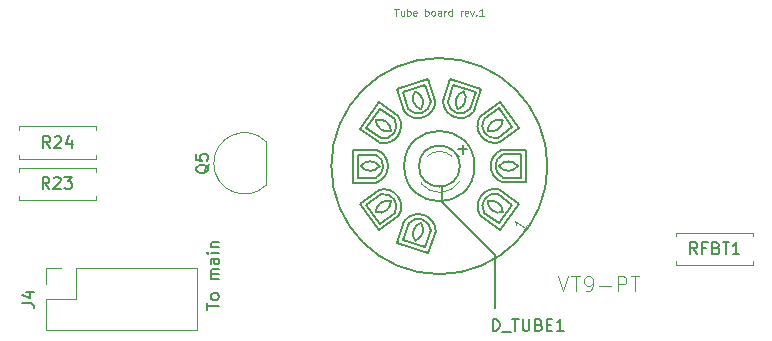
<source format=gto>
G04 #@! TF.GenerationSoftware,KiCad,Pcbnew,(5.0.0)*
G04 #@! TF.CreationDate,2018-11-19T16:02:33+01:00*
G04 #@! TF.ProjectId,Corona_tubeBoard,436F726F6E615F74756265426F617264,1*
G04 #@! TF.SameCoordinates,Original*
G04 #@! TF.FileFunction,Legend,Top*
G04 #@! TF.FilePolarity,Positive*
%FSLAX46Y46*%
G04 Gerber Fmt 4.6, Leading zero omitted, Abs format (unit mm)*
G04 Created by KiCad (PCBNEW (5.0.0)) date 11/19/18 16:02:33*
%MOMM*%
%LPD*%
G01*
G04 APERTURE LIST*
%ADD10C,0.150000*%
%ADD11C,0.200000*%
%ADD12C,0.100000*%
%ADD13C,0.203200*%
%ADD14C,0.120000*%
%ADD15C,0.101600*%
%ADD16C,0.076200*%
G04 APERTURE END LIST*
D10*
X40619047Y-13571428D02*
X41380952Y-13571428D01*
X41000000Y-13952380D02*
X41000000Y-13190476D01*
D11*
X39250000Y-18000000D02*
X39250000Y-16750000D01*
X43750000Y-22500000D02*
X39250000Y-18000000D01*
X43750000Y-27000000D02*
X43750000Y-22500000D01*
D10*
X19326380Y-27168571D02*
X19326380Y-26597142D01*
X20326380Y-26882857D02*
X19326380Y-26882857D01*
X20326380Y-26120952D02*
X20278761Y-26216190D01*
X20231142Y-26263809D01*
X20135904Y-26311428D01*
X19850190Y-26311428D01*
X19754952Y-26263809D01*
X19707333Y-26216190D01*
X19659714Y-26120952D01*
X19659714Y-25978095D01*
X19707333Y-25882857D01*
X19754952Y-25835238D01*
X19850190Y-25787619D01*
X20135904Y-25787619D01*
X20231142Y-25835238D01*
X20278761Y-25882857D01*
X20326380Y-25978095D01*
X20326380Y-26120952D01*
X20326380Y-24597142D02*
X19659714Y-24597142D01*
X19754952Y-24597142D02*
X19707333Y-24549523D01*
X19659714Y-24454285D01*
X19659714Y-24311428D01*
X19707333Y-24216190D01*
X19802571Y-24168571D01*
X20326380Y-24168571D01*
X19802571Y-24168571D02*
X19707333Y-24120952D01*
X19659714Y-24025714D01*
X19659714Y-23882857D01*
X19707333Y-23787619D01*
X19802571Y-23740000D01*
X20326380Y-23740000D01*
X20326380Y-22835238D02*
X19802571Y-22835238D01*
X19707333Y-22882857D01*
X19659714Y-22978095D01*
X19659714Y-23168571D01*
X19707333Y-23263809D01*
X20278761Y-22835238D02*
X20326380Y-22930476D01*
X20326380Y-23168571D01*
X20278761Y-23263809D01*
X20183523Y-23311428D01*
X20088285Y-23311428D01*
X19993047Y-23263809D01*
X19945428Y-23168571D01*
X19945428Y-22930476D01*
X19897809Y-22835238D01*
X20326380Y-22359047D02*
X19659714Y-22359047D01*
X19326380Y-22359047D02*
X19374000Y-22406666D01*
X19421619Y-22359047D01*
X19374000Y-22311428D01*
X19326380Y-22359047D01*
X19421619Y-22359047D01*
X19659714Y-21882857D02*
X20326380Y-21882857D01*
X19754952Y-21882857D02*
X19707333Y-21835238D01*
X19659714Y-21740000D01*
X19659714Y-21597142D01*
X19707333Y-21501904D01*
X19802571Y-21454285D01*
X20326380Y-21454285D01*
D12*
X35200000Y-1671428D02*
X35542857Y-1671428D01*
X35371428Y-2271428D02*
X35371428Y-1671428D01*
X36000000Y-1871428D02*
X36000000Y-2271428D01*
X35742857Y-1871428D02*
X35742857Y-2185714D01*
X35771428Y-2242857D01*
X35828571Y-2271428D01*
X35914285Y-2271428D01*
X35971428Y-2242857D01*
X36000000Y-2214285D01*
X36285714Y-2271428D02*
X36285714Y-1671428D01*
X36285714Y-1900000D02*
X36342857Y-1871428D01*
X36457142Y-1871428D01*
X36514285Y-1900000D01*
X36542857Y-1928571D01*
X36571428Y-1985714D01*
X36571428Y-2157142D01*
X36542857Y-2214285D01*
X36514285Y-2242857D01*
X36457142Y-2271428D01*
X36342857Y-2271428D01*
X36285714Y-2242857D01*
X37057142Y-2242857D02*
X37000000Y-2271428D01*
X36885714Y-2271428D01*
X36828571Y-2242857D01*
X36800000Y-2185714D01*
X36800000Y-1957142D01*
X36828571Y-1900000D01*
X36885714Y-1871428D01*
X37000000Y-1871428D01*
X37057142Y-1900000D01*
X37085714Y-1957142D01*
X37085714Y-2014285D01*
X36800000Y-2071428D01*
X37800000Y-2271428D02*
X37800000Y-1671428D01*
X37800000Y-1900000D02*
X37857142Y-1871428D01*
X37971428Y-1871428D01*
X38028571Y-1900000D01*
X38057142Y-1928571D01*
X38085714Y-1985714D01*
X38085714Y-2157142D01*
X38057142Y-2214285D01*
X38028571Y-2242857D01*
X37971428Y-2271428D01*
X37857142Y-2271428D01*
X37800000Y-2242857D01*
X38428571Y-2271428D02*
X38371428Y-2242857D01*
X38342857Y-2214285D01*
X38314285Y-2157142D01*
X38314285Y-1985714D01*
X38342857Y-1928571D01*
X38371428Y-1900000D01*
X38428571Y-1871428D01*
X38514285Y-1871428D01*
X38571428Y-1900000D01*
X38600000Y-1928571D01*
X38628571Y-1985714D01*
X38628571Y-2157142D01*
X38600000Y-2214285D01*
X38571428Y-2242857D01*
X38514285Y-2271428D01*
X38428571Y-2271428D01*
X39142857Y-2271428D02*
X39142857Y-1957142D01*
X39114285Y-1900000D01*
X39057142Y-1871428D01*
X38942857Y-1871428D01*
X38885714Y-1900000D01*
X39142857Y-2242857D02*
X39085714Y-2271428D01*
X38942857Y-2271428D01*
X38885714Y-2242857D01*
X38857142Y-2185714D01*
X38857142Y-2128571D01*
X38885714Y-2071428D01*
X38942857Y-2042857D01*
X39085714Y-2042857D01*
X39142857Y-2014285D01*
X39428571Y-2271428D02*
X39428571Y-1871428D01*
X39428571Y-1985714D02*
X39457142Y-1928571D01*
X39485714Y-1900000D01*
X39542857Y-1871428D01*
X39600000Y-1871428D01*
X40057142Y-2271428D02*
X40057142Y-1671428D01*
X40057142Y-2242857D02*
X40000000Y-2271428D01*
X39885714Y-2271428D01*
X39828571Y-2242857D01*
X39800000Y-2214285D01*
X39771428Y-2157142D01*
X39771428Y-1985714D01*
X39800000Y-1928571D01*
X39828571Y-1900000D01*
X39885714Y-1871428D01*
X40000000Y-1871428D01*
X40057142Y-1900000D01*
X40800000Y-2271428D02*
X40800000Y-1871428D01*
X40800000Y-1985714D02*
X40828571Y-1928571D01*
X40857142Y-1900000D01*
X40914285Y-1871428D01*
X40971428Y-1871428D01*
X41400000Y-2242857D02*
X41342857Y-2271428D01*
X41228571Y-2271428D01*
X41171428Y-2242857D01*
X41142857Y-2185714D01*
X41142857Y-1957142D01*
X41171428Y-1900000D01*
X41228571Y-1871428D01*
X41342857Y-1871428D01*
X41400000Y-1900000D01*
X41428571Y-1957142D01*
X41428571Y-2014285D01*
X41142857Y-2071428D01*
X41628571Y-1871428D02*
X41771428Y-2271428D01*
X41914285Y-1871428D01*
X42142857Y-2214285D02*
X42171428Y-2242857D01*
X42142857Y-2271428D01*
X42114285Y-2242857D01*
X42142857Y-2214285D01*
X42142857Y-2271428D01*
X42742857Y-2271428D02*
X42400000Y-2271428D01*
X42571428Y-2271428D02*
X42571428Y-1671428D01*
X42514285Y-1757142D01*
X42457142Y-1814285D01*
X42400000Y-1842857D01*
D13*
G04 #@! TO.C,SX1*
X46322820Y-13600460D02*
X46322820Y-16374140D01*
X46322820Y-16374140D02*
X44323840Y-16374140D01*
X46322820Y-13600460D02*
X44323840Y-13600460D01*
X45924040Y-14001780D02*
X44397500Y-14001780D01*
X44397500Y-15972820D02*
X45924040Y-15972820D01*
X45924040Y-15972820D02*
X45924040Y-14001780D01*
X45748780Y-18172460D02*
X44115560Y-20417820D01*
X44115560Y-20417820D02*
X42497580Y-19241800D01*
X45748780Y-18172460D02*
X44130800Y-16996440D01*
X45189980Y-18258820D02*
X43955540Y-17364740D01*
X42794760Y-18962400D02*
X44029200Y-19859020D01*
X44029200Y-19859020D02*
X45189980Y-18258820D01*
X44102860Y-9564400D02*
X45733540Y-11807220D01*
X45733540Y-11807220D02*
X44115560Y-12983240D01*
X44102860Y-9564400D02*
X42484880Y-10737880D01*
X44013960Y-10120660D02*
X42779520Y-11017280D01*
X43940300Y-12614940D02*
X45174740Y-11720860D01*
X45174740Y-11720860D02*
X44013960Y-10120660D01*
X39929640Y-7600980D02*
X42568700Y-8459500D01*
X42568700Y-8459500D02*
X41951480Y-10361960D01*
X39929640Y-7600980D02*
X39312420Y-9503440D01*
X40188720Y-8106440D02*
X39716280Y-9556780D01*
X41595880Y-10166380D02*
X42065780Y-8716040D01*
X42065780Y-8716040D02*
X40188720Y-8106440D01*
X35405900Y-8467120D02*
X38044960Y-7611140D01*
X38044960Y-7611140D02*
X38664720Y-9511060D01*
X35405900Y-8467120D02*
X36023120Y-10369580D01*
X35911360Y-8723660D02*
X36381260Y-10174000D01*
X38260860Y-9564400D02*
X37788420Y-8114060D01*
X37788420Y-8114060D02*
X35911360Y-8723660D01*
X32251220Y-11827540D02*
X33884440Y-9584720D01*
X33884440Y-9584720D02*
X35502420Y-10758200D01*
X32251220Y-11827540D02*
X33869200Y-13003560D01*
X32810020Y-11741180D02*
X34044460Y-12635260D01*
X35205240Y-11037600D02*
X33970800Y-10140980D01*
X33970800Y-10140980D02*
X32810020Y-11741180D01*
X31677180Y-16399540D02*
X31677180Y-13625860D01*
X31677180Y-13625860D02*
X33676160Y-13625860D01*
X31677180Y-16399540D02*
X33676160Y-16399540D01*
X32075960Y-15998220D02*
X33602500Y-15998220D01*
X33602500Y-14027180D02*
X32075960Y-14027180D01*
X32075960Y-14027180D02*
X32075960Y-15998220D01*
X33897140Y-20435600D02*
X32266460Y-18192780D01*
X32266460Y-18192780D02*
X33884440Y-17016760D01*
X33897140Y-20435600D02*
X35515120Y-19262120D01*
X33986040Y-19876800D02*
X35220480Y-18982720D01*
X34059700Y-17385060D02*
X32825260Y-18279140D01*
X32825260Y-18279140D02*
X33986040Y-19876800D01*
X38070360Y-22396480D02*
X35431300Y-21540500D01*
X35431300Y-21540500D02*
X36048520Y-19638040D01*
X38070360Y-22396480D02*
X38687580Y-20496560D01*
X37813820Y-21893560D02*
X38283720Y-20443220D01*
X36406660Y-19833620D02*
X35934220Y-21283960D01*
X35934220Y-21283960D02*
X37813820Y-21893560D01*
X48149080Y-15000000D02*
G75*
G03X48149080Y-15000000I-9149080J0D01*
G01*
X40734820Y-15000000D02*
G75*
G03X40734820Y-15000000I-1734820J0D01*
G01*
X41979420Y-15000000D02*
G75*
G03X41979420Y-15000000I-2979420J0D01*
G01*
X44324966Y-13605134D02*
G75*
G03X44323840Y-16374140I499254J-1384706D01*
G01*
X44403206Y-14004403D02*
G75*
G03X44397500Y-15972820I421014J-985437D01*
G01*
X45647089Y-14996490D02*
G75*
G03X44049520Y-15000000I-797469J-600410D01*
G01*
X44052151Y-15003510D02*
G75*
G03X45649720Y-15000000I797469J600410D01*
G01*
X44128779Y-16991764D02*
G75*
G03X42497580Y-19241800I-409459J-1419456D01*
G01*
X43954100Y-17360749D02*
G75*
G03X42794760Y-18962400I-234780J-1050471D01*
G01*
X44378308Y-18907011D02*
G75*
G03X43084320Y-17966720I-999348J-14749D01*
G01*
X43082479Y-17968667D02*
G75*
G03X44379720Y-18906520I1000061J17187D01*
G01*
X42483771Y-10742769D02*
G75*
G03X44115560Y-12983240I1220309J-825691D01*
G01*
X42781430Y-11021068D02*
G75*
G03X43940300Y-12614940I922650J-547392D01*
G01*
X44377334Y-11094701D02*
G75*
G03X43084320Y-12033280I-294794J-953819D01*
G01*
X43083453Y-12034497D02*
G75*
G03X44379720Y-11093480I295507J956257D01*
G01*
X39311009Y-9506712D02*
G75*
G03X41951480Y-10361960I1474611J48992D01*
G01*
X39714006Y-9559523D02*
G75*
G03X41595880Y-10166380I1071614J101803D01*
G01*
X41053587Y-8675988D02*
G75*
G03X40559560Y-10199400I323853J-946832D01*
G01*
X40558395Y-10198100D02*
G75*
G03X41054860Y-8677940I-321415J946120D01*
G01*
X36024342Y-10372818D02*
G75*
G03X38664720Y-9511060I1164638J907478D01*
G01*
X36380530Y-10176078D02*
G75*
G03X38260860Y-9564400I808450J710738D01*
G01*
X36944219Y-8676457D02*
G75*
G03X37440440Y-10199400I818801J-575523D01*
G01*
X37438924Y-10197630D02*
G75*
G03X36945140Y-8677940I-816364J574810D01*
G01*
X33871221Y-13008236D02*
G75*
G03X35502420Y-10758200I409459J1419456D01*
G01*
X34045900Y-12639251D02*
G75*
G03X35205240Y-11037600I234780J1050471D01*
G01*
X33621692Y-11092989D02*
G75*
G03X34915680Y-12033280I999348J14749D01*
G01*
X34917521Y-12031333D02*
G75*
G03X33620280Y-11093480I-1000061J-17187D01*
G01*
X33675034Y-16394866D02*
G75*
G03X33676160Y-13625860I-499254J1384706D01*
G01*
X33596794Y-15995597D02*
G75*
G03X33602500Y-14027180I-421014J985437D01*
G01*
X32352911Y-15003510D02*
G75*
G03X33950480Y-15000000I797469J600410D01*
G01*
X33947849Y-14996490D02*
G75*
G03X32350280Y-15000000I-797469J-600410D01*
G01*
X35516229Y-19257231D02*
G75*
G03X33884440Y-17016760I-1220309J825691D01*
G01*
X35218570Y-18978932D02*
G75*
G03X34059700Y-17385060I-922650J547392D01*
G01*
X33622666Y-18905299D02*
G75*
G03X34915680Y-17966720I294794J953819D01*
G01*
X34916547Y-17965503D02*
G75*
G03X33620280Y-18906520I-295507J-956257D01*
G01*
X38689075Y-20495862D02*
G75*
G03X36048520Y-19638040I-1474695J-46418D01*
G01*
X38284249Y-20442323D02*
G75*
G03X36406660Y-19833620I-1069869J-99957D01*
G01*
X36946413Y-21324012D02*
G75*
G03X37440440Y-19800600I-323853J946832D01*
G01*
X37440892Y-19804338D02*
G75*
G03X36947680Y-21322060I322128J-943682D01*
G01*
D14*
G04 #@! TO.C,Q5*
X24350000Y-16570000D02*
X24350000Y-12970000D01*
X24338478Y-16608478D02*
G75*
G02X19900000Y-14770000I-1838478J1838478D01*
G01*
X24338478Y-12931522D02*
G75*
G03X19900000Y-14770000I-1838478J-1838478D01*
G01*
G04 #@! TO.C,D_TUBE1*
X37460000Y-16330000D02*
X37460000Y-16486000D01*
X37460000Y-14014000D02*
X37460000Y-14170000D01*
X40061130Y-16329837D02*
G75*
G02X37979039Y-16330000I-1041130J1079837D01*
G01*
X40061130Y-14170163D02*
G75*
G03X37979039Y-14170000I-1041130J-1079837D01*
G01*
X40692335Y-16328608D02*
G75*
G02X37460000Y-16485516I-1672335J1078608D01*
G01*
X40692335Y-14171392D02*
G75*
G03X37460000Y-14014484I-1672335J-1078608D01*
G01*
G04 #@! TO.C,J4*
X5670000Y-28870000D02*
X5670000Y-26270000D01*
X5670000Y-28870000D02*
X18490000Y-28870000D01*
X18490000Y-28870000D02*
X18490000Y-23670000D01*
X8270000Y-23670000D02*
X18490000Y-23670000D01*
X8270000Y-26270000D02*
X8270000Y-23670000D01*
X5670000Y-26270000D02*
X8270000Y-26270000D01*
X5670000Y-23670000D02*
X7000000Y-23670000D01*
X5670000Y-25000000D02*
X5670000Y-23670000D01*
G04 #@! TO.C,R23*
X9960000Y-17870000D02*
X9960000Y-17540000D01*
X3420000Y-17870000D02*
X9960000Y-17870000D01*
X3420000Y-17540000D02*
X3420000Y-17870000D01*
X9960000Y-15130000D02*
X9960000Y-15460000D01*
X3420000Y-15130000D02*
X9960000Y-15130000D01*
X3420000Y-15460000D02*
X3420000Y-15130000D01*
G04 #@! TO.C,R24*
X3420000Y-11630000D02*
X3420000Y-11960000D01*
X9960000Y-11630000D02*
X3420000Y-11630000D01*
X9960000Y-11960000D02*
X9960000Y-11630000D01*
X3420000Y-14370000D02*
X3420000Y-14040000D01*
X9960000Y-14370000D02*
X3420000Y-14370000D01*
X9960000Y-14040000D02*
X9960000Y-14370000D01*
G04 #@! TO.C,RFBT1*
X65580000Y-23370000D02*
X65580000Y-23040000D01*
X59040000Y-23370000D02*
X65580000Y-23370000D01*
X59040000Y-23040000D02*
X59040000Y-23370000D01*
X65580000Y-20630000D02*
X65580000Y-20960000D01*
X59040000Y-20630000D02*
X65580000Y-20630000D01*
X59040000Y-20960000D02*
X59040000Y-20630000D01*
G04 #@! TO.C,SX1*
D15*
X49083095Y-24344523D02*
X49506428Y-25614523D01*
X49929761Y-24344523D01*
X50171666Y-24344523D02*
X50897380Y-24344523D01*
X50534523Y-25614523D02*
X50534523Y-24344523D01*
X51381190Y-25614523D02*
X51623095Y-25614523D01*
X51744047Y-25554047D01*
X51804523Y-25493571D01*
X51925476Y-25312142D01*
X51985952Y-25070238D01*
X51985952Y-24586428D01*
X51925476Y-24465476D01*
X51865000Y-24405000D01*
X51744047Y-24344523D01*
X51502142Y-24344523D01*
X51381190Y-24405000D01*
X51320714Y-24465476D01*
X51260238Y-24586428D01*
X51260238Y-24888809D01*
X51320714Y-25009761D01*
X51381190Y-25070238D01*
X51502142Y-25130714D01*
X51744047Y-25130714D01*
X51865000Y-25070238D01*
X51925476Y-25009761D01*
X51985952Y-24888809D01*
X52530238Y-25130714D02*
X53497857Y-25130714D01*
X54102619Y-25614523D02*
X54102619Y-24344523D01*
X54586428Y-24344523D01*
X54707380Y-24405000D01*
X54767857Y-24465476D01*
X54828333Y-24586428D01*
X54828333Y-24767857D01*
X54767857Y-24888809D01*
X54707380Y-24949285D01*
X54586428Y-25009761D01*
X54102619Y-25009761D01*
X55191190Y-24344523D02*
X55916904Y-24344523D01*
X55554047Y-25614523D02*
X55554047Y-24344523D01*
D16*
X46400465Y-19988311D02*
X46059213Y-20458003D01*
X46229839Y-20223157D02*
X45407878Y-19625967D01*
X45468426Y-19789562D01*
X45489832Y-19924719D01*
X45472098Y-20031439D01*
G04 #@! TO.C,Q5*
D10*
X19487619Y-14865238D02*
X19440000Y-14960476D01*
X19344761Y-15055714D01*
X19201904Y-15198571D01*
X19154285Y-15293809D01*
X19154285Y-15389047D01*
X19392380Y-15341428D02*
X19344761Y-15436666D01*
X19249523Y-15531904D01*
X19059047Y-15579523D01*
X18725714Y-15579523D01*
X18535238Y-15531904D01*
X18440000Y-15436666D01*
X18392380Y-15341428D01*
X18392380Y-15150952D01*
X18440000Y-15055714D01*
X18535238Y-14960476D01*
X18725714Y-14912857D01*
X19059047Y-14912857D01*
X19249523Y-14960476D01*
X19344761Y-15055714D01*
X19392380Y-15150952D01*
X19392380Y-15341428D01*
X18392380Y-14008095D02*
X18392380Y-14484285D01*
X18868571Y-14531904D01*
X18820952Y-14484285D01*
X18773333Y-14389047D01*
X18773333Y-14150952D01*
X18820952Y-14055714D01*
X18868571Y-14008095D01*
X18963809Y-13960476D01*
X19201904Y-13960476D01*
X19297142Y-14008095D01*
X19344761Y-14055714D01*
X19392380Y-14150952D01*
X19392380Y-14389047D01*
X19344761Y-14484285D01*
X19297142Y-14531904D01*
G04 #@! TO.C,D_TUBE1*
X43523809Y-28952380D02*
X43523809Y-27952380D01*
X43761904Y-27952380D01*
X43904761Y-28000000D01*
X44000000Y-28095238D01*
X44047619Y-28190476D01*
X44095238Y-28380952D01*
X44095238Y-28523809D01*
X44047619Y-28714285D01*
X44000000Y-28809523D01*
X43904761Y-28904761D01*
X43761904Y-28952380D01*
X43523809Y-28952380D01*
X44285714Y-29047619D02*
X45047619Y-29047619D01*
X45142857Y-27952380D02*
X45714285Y-27952380D01*
X45428571Y-28952380D02*
X45428571Y-27952380D01*
X46047619Y-27952380D02*
X46047619Y-28761904D01*
X46095238Y-28857142D01*
X46142857Y-28904761D01*
X46238095Y-28952380D01*
X46428571Y-28952380D01*
X46523809Y-28904761D01*
X46571428Y-28857142D01*
X46619047Y-28761904D01*
X46619047Y-27952380D01*
X47428571Y-28428571D02*
X47571428Y-28476190D01*
X47619047Y-28523809D01*
X47666666Y-28619047D01*
X47666666Y-28761904D01*
X47619047Y-28857142D01*
X47571428Y-28904761D01*
X47476190Y-28952380D01*
X47095238Y-28952380D01*
X47095238Y-27952380D01*
X47428571Y-27952380D01*
X47523809Y-28000000D01*
X47571428Y-28047619D01*
X47619047Y-28142857D01*
X47619047Y-28238095D01*
X47571428Y-28333333D01*
X47523809Y-28380952D01*
X47428571Y-28428571D01*
X47095238Y-28428571D01*
X48095238Y-28428571D02*
X48428571Y-28428571D01*
X48571428Y-28952380D02*
X48095238Y-28952380D01*
X48095238Y-27952380D01*
X48571428Y-27952380D01*
X49523809Y-28952380D02*
X48952380Y-28952380D01*
X49238095Y-28952380D02*
X49238095Y-27952380D01*
X49142857Y-28095238D01*
X49047619Y-28190476D01*
X48952380Y-28238095D01*
G04 #@! TO.C,J4*
X3682380Y-26603333D02*
X4396666Y-26603333D01*
X4539523Y-26650952D01*
X4634761Y-26746190D01*
X4682380Y-26889047D01*
X4682380Y-26984285D01*
X4015714Y-25698571D02*
X4682380Y-25698571D01*
X3634761Y-25936666D02*
X4349047Y-26174761D01*
X4349047Y-25555714D01*
G04 #@! TO.C,R23*
X5976141Y-16920880D02*
X5642808Y-16444690D01*
X5404713Y-16920880D02*
X5404713Y-15920880D01*
X5785665Y-15920880D01*
X5880903Y-15968500D01*
X5928522Y-16016119D01*
X5976141Y-16111357D01*
X5976141Y-16254214D01*
X5928522Y-16349452D01*
X5880903Y-16397071D01*
X5785665Y-16444690D01*
X5404713Y-16444690D01*
X6357094Y-16016119D02*
X6404713Y-15968500D01*
X6499951Y-15920880D01*
X6738046Y-15920880D01*
X6833284Y-15968500D01*
X6880903Y-16016119D01*
X6928522Y-16111357D01*
X6928522Y-16206595D01*
X6880903Y-16349452D01*
X6309475Y-16920880D01*
X6928522Y-16920880D01*
X7261856Y-15920880D02*
X7880903Y-15920880D01*
X7547570Y-16301833D01*
X7690427Y-16301833D01*
X7785665Y-16349452D01*
X7833284Y-16397071D01*
X7880903Y-16492309D01*
X7880903Y-16730404D01*
X7833284Y-16825642D01*
X7785665Y-16873261D01*
X7690427Y-16920880D01*
X7404713Y-16920880D01*
X7309475Y-16873261D01*
X7261856Y-16825642D01*
G04 #@! TO.C,R24*
X6047142Y-13452380D02*
X5713809Y-12976190D01*
X5475714Y-13452380D02*
X5475714Y-12452380D01*
X5856666Y-12452380D01*
X5951904Y-12500000D01*
X5999523Y-12547619D01*
X6047142Y-12642857D01*
X6047142Y-12785714D01*
X5999523Y-12880952D01*
X5951904Y-12928571D01*
X5856666Y-12976190D01*
X5475714Y-12976190D01*
X6428095Y-12547619D02*
X6475714Y-12500000D01*
X6570952Y-12452380D01*
X6809047Y-12452380D01*
X6904285Y-12500000D01*
X6951904Y-12547619D01*
X6999523Y-12642857D01*
X6999523Y-12738095D01*
X6951904Y-12880952D01*
X6380476Y-13452380D01*
X6999523Y-13452380D01*
X7856666Y-12785714D02*
X7856666Y-13452380D01*
X7618571Y-12404761D02*
X7380476Y-13119047D01*
X7999523Y-13119047D01*
G04 #@! TO.C,RFBT1*
X60833809Y-22452380D02*
X60500476Y-21976190D01*
X60262380Y-22452380D02*
X60262380Y-21452380D01*
X60643333Y-21452380D01*
X60738571Y-21500000D01*
X60786190Y-21547619D01*
X60833809Y-21642857D01*
X60833809Y-21785714D01*
X60786190Y-21880952D01*
X60738571Y-21928571D01*
X60643333Y-21976190D01*
X60262380Y-21976190D01*
X61595714Y-21928571D02*
X61262380Y-21928571D01*
X61262380Y-22452380D02*
X61262380Y-21452380D01*
X61738571Y-21452380D01*
X62452857Y-21928571D02*
X62595714Y-21976190D01*
X62643333Y-22023809D01*
X62690952Y-22119047D01*
X62690952Y-22261904D01*
X62643333Y-22357142D01*
X62595714Y-22404761D01*
X62500476Y-22452380D01*
X62119523Y-22452380D01*
X62119523Y-21452380D01*
X62452857Y-21452380D01*
X62548095Y-21500000D01*
X62595714Y-21547619D01*
X62643333Y-21642857D01*
X62643333Y-21738095D01*
X62595714Y-21833333D01*
X62548095Y-21880952D01*
X62452857Y-21928571D01*
X62119523Y-21928571D01*
X62976666Y-21452380D02*
X63548095Y-21452380D01*
X63262380Y-22452380D02*
X63262380Y-21452380D01*
X64405238Y-22452380D02*
X63833809Y-22452380D01*
X64119523Y-22452380D02*
X64119523Y-21452380D01*
X64024285Y-21595238D01*
X63929047Y-21690476D01*
X63833809Y-21738095D01*
G04 #@! TD*
M02*

</source>
